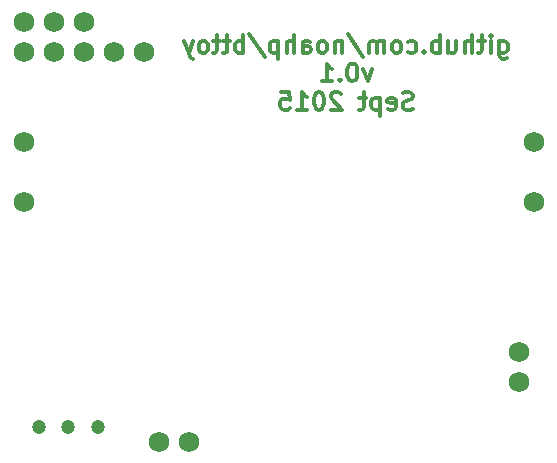
<source format=gbr>
G04 #@! TF.FileFunction,Soldermask,Bot*
%FSLAX46Y46*%
G04 Gerber Fmt 4.6, Leading zero omitted, Abs format (unit mm)*
G04 Created by KiCad (PCBNEW (after 2015-may-25 BZR unknown)-product) date 9/14/2015 8:53:30 AM*
%MOMM*%
G01*
G04 APERTURE LIST*
%ADD10C,0.100000*%
%ADD11C,0.300000*%
%ADD12C,1.750000*%
%ADD13C,1.200000*%
G04 APERTURE END LIST*
D10*
D11*
X163448973Y-71497371D02*
X163448973Y-72711657D01*
X163520402Y-72854514D01*
X163591830Y-72925943D01*
X163734687Y-72997371D01*
X163948973Y-72997371D01*
X164091830Y-72925943D01*
X163448973Y-72425943D02*
X163591830Y-72497371D01*
X163877544Y-72497371D01*
X164020402Y-72425943D01*
X164091830Y-72354514D01*
X164163259Y-72211657D01*
X164163259Y-71783086D01*
X164091830Y-71640229D01*
X164020402Y-71568800D01*
X163877544Y-71497371D01*
X163591830Y-71497371D01*
X163448973Y-71568800D01*
X162734687Y-72497371D02*
X162734687Y-71497371D01*
X162734687Y-70997371D02*
X162806116Y-71068800D01*
X162734687Y-71140229D01*
X162663259Y-71068800D01*
X162734687Y-70997371D01*
X162734687Y-71140229D01*
X162234687Y-71497371D02*
X161663258Y-71497371D01*
X162020401Y-70997371D02*
X162020401Y-72283086D01*
X161948973Y-72425943D01*
X161806115Y-72497371D01*
X161663258Y-72497371D01*
X161163258Y-72497371D02*
X161163258Y-70997371D01*
X160520401Y-72497371D02*
X160520401Y-71711657D01*
X160591830Y-71568800D01*
X160734687Y-71497371D01*
X160948972Y-71497371D01*
X161091830Y-71568800D01*
X161163258Y-71640229D01*
X159163258Y-71497371D02*
X159163258Y-72497371D01*
X159806115Y-71497371D02*
X159806115Y-72283086D01*
X159734687Y-72425943D01*
X159591829Y-72497371D01*
X159377544Y-72497371D01*
X159234687Y-72425943D01*
X159163258Y-72354514D01*
X158448972Y-72497371D02*
X158448972Y-70997371D01*
X158448972Y-71568800D02*
X158306115Y-71497371D01*
X158020401Y-71497371D01*
X157877544Y-71568800D01*
X157806115Y-71640229D01*
X157734686Y-71783086D01*
X157734686Y-72211657D01*
X157806115Y-72354514D01*
X157877544Y-72425943D01*
X158020401Y-72497371D01*
X158306115Y-72497371D01*
X158448972Y-72425943D01*
X157091829Y-72354514D02*
X157020401Y-72425943D01*
X157091829Y-72497371D01*
X157163258Y-72425943D01*
X157091829Y-72354514D01*
X157091829Y-72497371D01*
X155734686Y-72425943D02*
X155877543Y-72497371D01*
X156163257Y-72497371D01*
X156306115Y-72425943D01*
X156377543Y-72354514D01*
X156448972Y-72211657D01*
X156448972Y-71783086D01*
X156377543Y-71640229D01*
X156306115Y-71568800D01*
X156163257Y-71497371D01*
X155877543Y-71497371D01*
X155734686Y-71568800D01*
X154877543Y-72497371D02*
X155020401Y-72425943D01*
X155091829Y-72354514D01*
X155163258Y-72211657D01*
X155163258Y-71783086D01*
X155091829Y-71640229D01*
X155020401Y-71568800D01*
X154877543Y-71497371D01*
X154663258Y-71497371D01*
X154520401Y-71568800D01*
X154448972Y-71640229D01*
X154377543Y-71783086D01*
X154377543Y-72211657D01*
X154448972Y-72354514D01*
X154520401Y-72425943D01*
X154663258Y-72497371D01*
X154877543Y-72497371D01*
X153734686Y-72497371D02*
X153734686Y-71497371D01*
X153734686Y-71640229D02*
X153663258Y-71568800D01*
X153520400Y-71497371D01*
X153306115Y-71497371D01*
X153163258Y-71568800D01*
X153091829Y-71711657D01*
X153091829Y-72497371D01*
X153091829Y-71711657D02*
X153020400Y-71568800D01*
X152877543Y-71497371D01*
X152663258Y-71497371D01*
X152520400Y-71568800D01*
X152448972Y-71711657D01*
X152448972Y-72497371D01*
X150663258Y-70925943D02*
X151948972Y-72854514D01*
X150163257Y-71497371D02*
X150163257Y-72497371D01*
X150163257Y-71640229D02*
X150091829Y-71568800D01*
X149948971Y-71497371D01*
X149734686Y-71497371D01*
X149591829Y-71568800D01*
X149520400Y-71711657D01*
X149520400Y-72497371D01*
X148591828Y-72497371D02*
X148734686Y-72425943D01*
X148806114Y-72354514D01*
X148877543Y-72211657D01*
X148877543Y-71783086D01*
X148806114Y-71640229D01*
X148734686Y-71568800D01*
X148591828Y-71497371D01*
X148377543Y-71497371D01*
X148234686Y-71568800D01*
X148163257Y-71640229D01*
X148091828Y-71783086D01*
X148091828Y-72211657D01*
X148163257Y-72354514D01*
X148234686Y-72425943D01*
X148377543Y-72497371D01*
X148591828Y-72497371D01*
X146806114Y-72497371D02*
X146806114Y-71711657D01*
X146877543Y-71568800D01*
X147020400Y-71497371D01*
X147306114Y-71497371D01*
X147448971Y-71568800D01*
X146806114Y-72425943D02*
X146948971Y-72497371D01*
X147306114Y-72497371D01*
X147448971Y-72425943D01*
X147520400Y-72283086D01*
X147520400Y-72140229D01*
X147448971Y-71997371D01*
X147306114Y-71925943D01*
X146948971Y-71925943D01*
X146806114Y-71854514D01*
X146091828Y-72497371D02*
X146091828Y-70997371D01*
X145448971Y-72497371D02*
X145448971Y-71711657D01*
X145520400Y-71568800D01*
X145663257Y-71497371D01*
X145877542Y-71497371D01*
X146020400Y-71568800D01*
X146091828Y-71640229D01*
X144734685Y-71497371D02*
X144734685Y-72997371D01*
X144734685Y-71568800D02*
X144591828Y-71497371D01*
X144306114Y-71497371D01*
X144163257Y-71568800D01*
X144091828Y-71640229D01*
X144020399Y-71783086D01*
X144020399Y-72211657D01*
X144091828Y-72354514D01*
X144163257Y-72425943D01*
X144306114Y-72497371D01*
X144591828Y-72497371D01*
X144734685Y-72425943D01*
X142306114Y-70925943D02*
X143591828Y-72854514D01*
X141806113Y-72497371D02*
X141806113Y-70997371D01*
X141806113Y-71568800D02*
X141663256Y-71497371D01*
X141377542Y-71497371D01*
X141234685Y-71568800D01*
X141163256Y-71640229D01*
X141091827Y-71783086D01*
X141091827Y-72211657D01*
X141163256Y-72354514D01*
X141234685Y-72425943D01*
X141377542Y-72497371D01*
X141663256Y-72497371D01*
X141806113Y-72425943D01*
X140663256Y-71497371D02*
X140091827Y-71497371D01*
X140448970Y-70997371D02*
X140448970Y-72283086D01*
X140377542Y-72425943D01*
X140234684Y-72497371D01*
X140091827Y-72497371D01*
X139806113Y-71497371D02*
X139234684Y-71497371D01*
X139591827Y-70997371D02*
X139591827Y-72283086D01*
X139520399Y-72425943D01*
X139377541Y-72497371D01*
X139234684Y-72497371D01*
X138520398Y-72497371D02*
X138663256Y-72425943D01*
X138734684Y-72354514D01*
X138806113Y-72211657D01*
X138806113Y-71783086D01*
X138734684Y-71640229D01*
X138663256Y-71568800D01*
X138520398Y-71497371D01*
X138306113Y-71497371D01*
X138163256Y-71568800D01*
X138091827Y-71640229D01*
X138020398Y-71783086D01*
X138020398Y-72211657D01*
X138091827Y-72354514D01*
X138163256Y-72425943D01*
X138306113Y-72497371D01*
X138520398Y-72497371D01*
X137520398Y-71497371D02*
X137163255Y-72497371D01*
X136806113Y-71497371D02*
X137163255Y-72497371D01*
X137306113Y-72854514D01*
X137377541Y-72925943D01*
X137520398Y-72997371D01*
X152663256Y-73897371D02*
X152306113Y-74897371D01*
X151948971Y-73897371D01*
X151091828Y-73397371D02*
X150948971Y-73397371D01*
X150806114Y-73468800D01*
X150734685Y-73540229D01*
X150663256Y-73683086D01*
X150591828Y-73968800D01*
X150591828Y-74325943D01*
X150663256Y-74611657D01*
X150734685Y-74754514D01*
X150806114Y-74825943D01*
X150948971Y-74897371D01*
X151091828Y-74897371D01*
X151234685Y-74825943D01*
X151306114Y-74754514D01*
X151377542Y-74611657D01*
X151448971Y-74325943D01*
X151448971Y-73968800D01*
X151377542Y-73683086D01*
X151306114Y-73540229D01*
X151234685Y-73468800D01*
X151091828Y-73397371D01*
X149948971Y-74754514D02*
X149877543Y-74825943D01*
X149948971Y-74897371D01*
X150020400Y-74825943D01*
X149948971Y-74754514D01*
X149948971Y-74897371D01*
X148448971Y-74897371D02*
X149306114Y-74897371D01*
X148877542Y-74897371D02*
X148877542Y-73397371D01*
X149020399Y-73611657D01*
X149163257Y-73754514D01*
X149306114Y-73825943D01*
X156127542Y-77225943D02*
X155913256Y-77297371D01*
X155556113Y-77297371D01*
X155413256Y-77225943D01*
X155341827Y-77154514D01*
X155270399Y-77011657D01*
X155270399Y-76868800D01*
X155341827Y-76725943D01*
X155413256Y-76654514D01*
X155556113Y-76583086D01*
X155841827Y-76511657D01*
X155984685Y-76440229D01*
X156056113Y-76368800D01*
X156127542Y-76225943D01*
X156127542Y-76083086D01*
X156056113Y-75940229D01*
X155984685Y-75868800D01*
X155841827Y-75797371D01*
X155484685Y-75797371D01*
X155270399Y-75868800D01*
X154056114Y-77225943D02*
X154198971Y-77297371D01*
X154484685Y-77297371D01*
X154627542Y-77225943D01*
X154698971Y-77083086D01*
X154698971Y-76511657D01*
X154627542Y-76368800D01*
X154484685Y-76297371D01*
X154198971Y-76297371D01*
X154056114Y-76368800D01*
X153984685Y-76511657D01*
X153984685Y-76654514D01*
X154698971Y-76797371D01*
X153341828Y-76297371D02*
X153341828Y-77797371D01*
X153341828Y-76368800D02*
X153198971Y-76297371D01*
X152913257Y-76297371D01*
X152770400Y-76368800D01*
X152698971Y-76440229D01*
X152627542Y-76583086D01*
X152627542Y-77011657D01*
X152698971Y-77154514D01*
X152770400Y-77225943D01*
X152913257Y-77297371D01*
X153198971Y-77297371D01*
X153341828Y-77225943D01*
X152198971Y-76297371D02*
X151627542Y-76297371D01*
X151984685Y-75797371D02*
X151984685Y-77083086D01*
X151913257Y-77225943D01*
X151770399Y-77297371D01*
X151627542Y-77297371D01*
X150056114Y-75940229D02*
X149984685Y-75868800D01*
X149841828Y-75797371D01*
X149484685Y-75797371D01*
X149341828Y-75868800D01*
X149270399Y-75940229D01*
X149198971Y-76083086D01*
X149198971Y-76225943D01*
X149270399Y-76440229D01*
X150127542Y-77297371D01*
X149198971Y-77297371D01*
X148270400Y-75797371D02*
X148127543Y-75797371D01*
X147984686Y-75868800D01*
X147913257Y-75940229D01*
X147841828Y-76083086D01*
X147770400Y-76368800D01*
X147770400Y-76725943D01*
X147841828Y-77011657D01*
X147913257Y-77154514D01*
X147984686Y-77225943D01*
X148127543Y-77297371D01*
X148270400Y-77297371D01*
X148413257Y-77225943D01*
X148484686Y-77154514D01*
X148556114Y-77011657D01*
X148627543Y-76725943D01*
X148627543Y-76368800D01*
X148556114Y-76083086D01*
X148484686Y-75940229D01*
X148413257Y-75868800D01*
X148270400Y-75797371D01*
X146341829Y-77297371D02*
X147198972Y-77297371D01*
X146770400Y-77297371D02*
X146770400Y-75797371D01*
X146913257Y-76011657D01*
X147056115Y-76154514D01*
X147198972Y-76225943D01*
X144984686Y-75797371D02*
X145698972Y-75797371D01*
X145770401Y-76511657D01*
X145698972Y-76440229D01*
X145556115Y-76368800D01*
X145198972Y-76368800D01*
X145056115Y-76440229D01*
X144984686Y-76511657D01*
X144913258Y-76654514D01*
X144913258Y-77011657D01*
X144984686Y-77154514D01*
X145056115Y-77225943D01*
X145198972Y-77297371D01*
X145556115Y-77297371D01*
X145698972Y-77225943D01*
X145770401Y-77154514D01*
D12*
X125730000Y-69850000D03*
X123190000Y-72390000D03*
X125730000Y-72390000D03*
X128270000Y-72390000D03*
X130810000Y-72390000D03*
X165100000Y-97790000D03*
X165100000Y-100330000D03*
X166370000Y-80010000D03*
X166370000Y-85090000D03*
X123190000Y-80010000D03*
X123190000Y-85090000D03*
D13*
X124460000Y-104140000D03*
X126960000Y-104140000D03*
X129460000Y-104140000D03*
D12*
X137160000Y-105410000D03*
X134620000Y-105410000D03*
X128270000Y-69850000D03*
X133350000Y-72390000D03*
X123190000Y-69850000D03*
M02*

</source>
